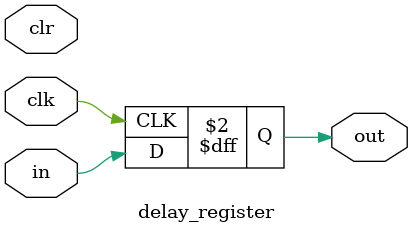
<source format=v>
`timescale 1ns / 1ps


module delay_register(clk, clr, in, out);

    input clk, clr, in;
    output reg out;
    
    always@(posedge clk) begin
        out <= in;
    end
endmodule

</source>
